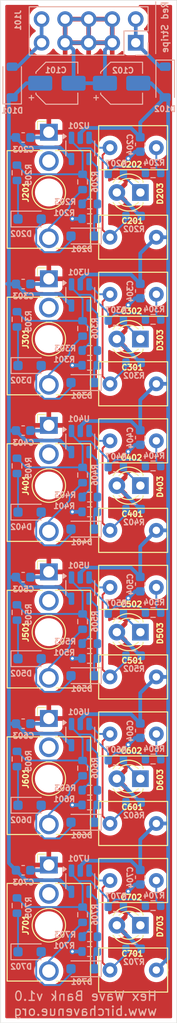
<source format=kicad_pcb>
(kicad_pcb (version 20240108) (generator "pcbnew") (generator_version "8.0")
  (layers (0 "F.Cu" signal) (31 "B.Cu" signal) (34 "B.Paste" user) (35 "F.Paste" user) (36 "B.SilkS" user "B.Silkscreen") (37 "F.SilkS" user "F.Silkscreen") (38 "B.Mask" user) (39 "F.Mask" user) (44 "Edge.Cuts" user))
  (net 0 "")
  (net 1 "GND")
  (net 2 "VCC")
  (net 3 "VEE")
  (net 4 "Net-(U201-+)")
  (net 5 "Net-(C202-Pad2)")
  (net 6 "Net-(U301-+)")
  (net 7 "Net-(C302-Pad2)")
  (net 8 "Net-(U401-+)")
  (net 9 "Net-(C402-Pad2)")
  (net 10 "Net-(U501-+)")
  (net 11 "Net-(C502-Pad2)")
  (net 12 "Net-(U601-+)")
  (net 13 "Net-(C602-Pad2)")
  (net 14 "Net-(U701-+)")
  (net 15 "Net-(C702-Pad2)")
  (net 16 "Net-(D201-A)")
  (net 17 "Net-(D201-K)")
  (net 18 "Net-(D202-K)")
  (net 19 "Net-(D203-KA)")
  (net 20 "Net-(D301-A)")
  (net 21 "Net-(D301-K)")
  (net 22 "Net-(D302-K)")
  (net 23 "Net-(D303-KA)")
  (net 24 "Net-(D401-A)")
  (net 25 "Net-(D401-K)")
  (net 26 "Net-(D402-K)")
  (net 27 "Net-(D403-KA)")
  (net 28 "Net-(D501-A)")
  (net 29 "Net-(D501-K)")
  (net 30 "Net-(D502-K)")
  (net 31 "Net-(D503-KA)")
  (net 32 "Net-(D601-A)")
  (net 33 "Net-(D601-K)")
  (net 34 "Net-(D602-K)")
  (net 35 "Net-(D603-KA)")
  (net 36 "Net-(D701-K)")
  (net 37 "Net-(D701-A)")
  (net 38 "Net-(D702-K)")
  (net 39 "Net-(D703-KA)")
  (net 41 "Net-(J201-PadT)")
  (net 42 "Net-(J301-PadT)")
  (net 44 "Net-(J401-PadT)")
  (net 46 "Net-(J501-PadT)")
  (net 49 "Net-(J601-PadT)")
  (net 50 "Net-(J701-PadT)")
  (net 52 "Net-(R203-Pad2)")
  (net 53 "Net-(R303-Pad2)")
  (net 54 "Net-(R403-Pad2)")
  (net 55 "Net-(R503-Pad2)")
  (net 56 "Net-(R603-Pad2)")
  (net 57 "Net-(R703-Pad2)")
  (net 58 "+12V")
  (net 59 "-12V")
  (footprint "LED_THT:LED_D3.0mm" (layer "F.Cu") (at 147.567 69.808 180)
    (property "Reference" "D303")
    (property "Value" "LED_Dual_Bidirectional" (hide yes))
  )
  (footprint "Capacitor_THT:C_Rect_L7.2mm_W4.5mm_P5.00mm_FKS2_FKP2_MKS2_MKP2" (layer "F.Cu") (at 144.287 96.521)
    (property "Reference" "C502")
    (property "Value" "C")
  )
  (footprint "Connector_Audio:Jack_3.5mm_QingPu_WQP-PJ398SM_Vertical_CircularHoles" (layer "F.Cu") (at 137.69 63.328)
    (property "Reference" "J301")
    (property "Value" "AudioJack2_SwitchT" (hide yes))
  )
  (footprint "Connector_Audio:Jack_3.5mm_QingPu_WQP-PJ398SM_Vertical_CircularHoles" (layer "F.Cu") (at 137.6905 47.5645)
    (property "Reference" "J201")
    (property "Value" "AudioJack2_SwitchT" (hide yes))
  )
  (footprint "Capacitor_THT:C_Rect_L7.2mm_W4.5mm_P5.00mm_FKS2_FKP2_MKS2_MKP2" (layer "F.Cu") (at 144.2875 49.2295)
    (property "Reference" "C202")
    (property "Value" "C")
  )
  (footprint "Connector_Audio:Jack_3.5mm_QingPu_WQP-PJ398SM_Vertical_CircularHoles" (layer "F.Cu") (at 137.69 126.384)
    (property "Reference" "J701")
    (property "Value" "AudioJack2_SwitchT" (hide yes))
  )
  (footprint "LED_THT:LED_D3.0mm" (layer "F.Cu") (at 147.567 85.572 180)
    (property "Reference" "D403")
    (property "Value" "LED_Dual_Bidirectional" (hide yes))
  )
  (footprint "Capacitor_THT:C_Rect_L7.2mm_W4.5mm_P5.00mm_FKS2_FKP2_MKS2_MKP2" (layer "F.Cu") (at 144.287 128.049)
    (property "Reference" "C702")
    (property "Value" "C")
  )
  (footprint "Connector_Audio:Jack_3.5mm_QingPu_WQP-PJ398SM_Vertical_CircularHoles" (layer "F.Cu") (at 137.69 79.092)
    (property "Reference" "J401")
    (property "Value" "AudioJack2_SwitchT" (hide yes))
  )
  (footprint "Capacitor_THT:C_Rect_L7.2mm_W4.5mm_P5.00mm_FKS2_FKP2_MKS2_MKP2" (layer "F.Cu") (at 149.287 90.387 180)
    (property "Reference" "C401")
    (property "Value" "C")
  )
  (footprint "Connector_Audio:Jack_3.5mm_QingPu_WQP-PJ398SM_Vertical_CircularHoles" (layer "F.Cu") (at 137.69 94.856)
    (property "Reference" "J501")
    (property "Value" "AudioJack2_SwitchT" (hide yes))
  )
  (footprint "Capacitor_THT:C_Rect_L7.2mm_W4.5mm_P5.00mm_FKS2_FKP2_MKS2_MKP2" (layer "F.Cu") (at 149.287 137.679 180)
    (property "Reference" "C701")
    (property "Value" "C")
  )
  (footprint "Capacitor_THT:C_Rect_L7.2mm_W4.5mm_P5.00mm_FKS2_FKP2_MKS2_MKP2" (layer "F.Cu") (at 144.287 80.757)
    (property "Reference" "C402")
    (property "Value" "C")
  )
  (footprint "Connector_Audio:Jack_3.5mm_QingPu_WQP-PJ398SM_Vertical_CircularHoles" (layer "F.Cu") (at 137.69 110.62)
    (property "Reference" "J601")
    (property "Value" "AudioJack2_SwitchT" (hide yes))
  )
  (footprint "Capacitor_THT:C_Rect_L7.2mm_W4.5mm_P5.00mm_FKS2_FKP2_MKS2_MKP2" (layer "F.Cu") (at 144.287 64.993)
    (property "Reference" "C302")
    (property "Value" "C")
  )
  (footprint "Capacitor_THT:C_Rect_L7.2mm_W4.5mm_P5.00mm_FKS2_FKP2_MKS2_MKP2" (layer "F.Cu") (at 149.287 121.915 180)
    (property "Reference" "C601")
    (property "Value" "C")
  )
  (footprint "Capacitor_THT:C_Rect_L7.2mm_W4.5mm_P5.00mm_FKS2_FKP2_MKS2_MKP2" (layer "F.Cu") (at 149.287 74.623 180)
    (property "Reference" "C301")
    (property "Value" "C")
  )
  (footprint "LED_THT:LED_D3.0mm" (layer "F.Cu") (at 147.567 101.336 180)
    (property "Reference" "D503")
    (property "Value" "LED_Dual_Bidirectional" (hide yes))
  )
  (footprint "Capacitor_THT:C_Rect_L7.2mm_W4.5mm_P5.00mm_FKS2_FKP2_MKS2_MKP2" (layer "F.Cu") (at 149.287 106.151 180)
    (property "Reference" "C501")
    (property "Value" "C")
  )
  (footprint "LED_THT:LED_D3.0mm" (layer "F.Cu") (at 147.5675 54.0445 180)
    (property "Reference" "D203")
    (property "Value" "LED_Dual_Bidirectional" (hide yes))
  )
  (footprint "Capacitor_THT:C_Rect_L7.2mm_W4.5mm_P5.00mm_FKS2_FKP2_MKS2_MKP2" (layer "F.Cu") (at 144.287 112.285)
    (property "Reference" "C602")
    (property "Value" "C")
  )
  (footprint "LED_THT:LED_D3.0mm" (layer "F.Cu") (at 147.567 117.1 180)
    (property "Reference" "D603")
    (property "Value" "LED_Dual_Bidirectional" (hide yes))
  )
  (footprint "Capacitor_THT:C_Rect_L7.2mm_W4.5mm_P5.00mm_FKS2_FKP2_MKS2_MKP2" (layer "F.Cu") (at 149.2875 58.8595 180)
    (property "Reference" "C201")
    (property "Value" "C")
  )
  (footprint "LED_THT:LED_D3.0mm" (layer "F.Cu") (at 147.567 132.864 180)
    (property "Reference" "D703")
    (property "Value" "LED_Dual_Bidirectional" (hide yes))
  )
  (footprint "Resistor_SMD:R_0603_1608Metric" (layer "B.Cu") (at 142.092 88.397)
    (property "Reference" "R401")
    (property "Value" "10kΩ" (hide yes))
  )
  (footprint "Resistor_SMD:R_0603_1608Metric" (layer "B.Cu") (at 142.102 118.335 180)
    (property "Reference" "R603")
    (property "Value" "22kΩ" (hide yes))
  )
  (footprint "Resistor_SMD:R_0603_1608Metric" (layer "B.Cu") (at 134.252 114.98 90)
    (property "Reference" "R605")
    (property "Value" "27kΩ" (hide yes))
  )
  (footprint "Capacitor_SMD:C_0603_1608Metric" (layer "B.Cu") (at 147.552 96.171 -90)
    (property "Reference" "C504")
    (property "Value" "100nF" (hide yes))
  )
  (footprint "Resistor_SMD:R_0603_1608Metric" (layer "B.Cu") (at 141.332 68.673 -90)
    (property "Reference" "R306")
    (property "Value" "1kΩ" (hide yes))
  )
  (footprint "Resistor_SMD:R_0603_1608Metric" (layer "B.Cu") (at 141.3325 52.9095 -90)
    (property "Reference" "R206")
    (property "Value" "1kΩ" (hide yes))
  )
  (footprint "Diode_SMD:D_SOD-323_HandSoldering" (layer "B.Cu") (at 141.3295 121.785 180)
    (property "Reference" "D601")
    (property "Value" "4.3V" (hide yes))
  )
  (footprint "Resistor_SMD:R_0603_1608Metric" (layer "B.Cu") (at 142.092 119.925)
    (property "Reference" "R601")
    (property "Value" "10kΩ" (hide yes))
  )
  (footprint "Capacitor_SMD:CP_Elec_4x3" (layer "B.Cu") (at 138.557 42.291)
    (property "Reference" "C101")
    (property "Value" "C_Polarized")
  )
  (footprint "Diode_SMD:D_SOD-323_HandSoldering" (layer "B.Cu") (at 135.612 104.191)
    (property "Reference" "D502")
    (property "Value" "4.3V" (hide yes))
  )
  (footprint "Resistor_SMD:R_0603_1608Metric" (layer "B.Cu") (at 148.937 114.985 180)
    (property "Reference" "R604")
    (property "Value" "~" (hide yes))
  )
  (footprint "Diode_SMD:D_SOD-323_HandSoldering" (layer "B.Cu") (at 141.3295 137.549 180)
    (property "Reference" "D701")
    (property "Value" "4.3V" (hide yes))
  )
  (footprint "Diode_SMD:D_SOD-123" (layer "B.Cu") (at 133.731 42.164 90)
    (property "Reference" "D101")
    (property "Value" "1N5819HW" (hide yes))
  )
  (footprint "Resistor_SMD:R_0603_1608Metric" (layer "B.Cu") (at 134.252 130.744 90)
    (property "Reference" "R705")
    (property "Value" "27kΩ" (hide yes))
  )
  (footprint "Resistor_SMD:R_0603_1608Metric" (layer "B.Cu") (at 134.2525 51.9245 90)
    (property "Reference" "R205")
    (property "Value" "27kΩ" (hide yes))
  )
  (footprint "Resistor_SMD:R_0603_1608Metric" (layer "B.Cu") (at 144.917 83.567)
    (property "Reference" "R407")
    (property "Value" "510Ω" (hide yes))
  )
  (footprint "Resistor_SMD:R_0603_1608Metric" (layer "B.Cu") (at 144.9175 52.0395)
    (property "Reference" "R207")
    (property "Value" "510Ω" (hide yes))
  )
  (footprint "Capacitor_SMD:C_0603_1608Metric" (layer "B.Cu") (at 134.917 63.893)
    (property "Reference" "C303")
    (property "Value" "100nF" (hide yes))
  )
  (footprint "Capacitor_SMD:CP_Elec_4x3" (layer "B.Cu") (at 145.542 42.291)
    (property "Reference" "C102")
    (property "Value" "C_Polarized")
  )
  (footprint "Capacitor_SMD:C_0603_1608Metric" (layer "B.Cu") (at 134.917 79.657)
    (property "Reference" "C403")
    (property "Value" "100nF" (hide yes))
  )
  (footprint "Resistor_SMD:R_0603_1608Metric" (layer "B.Cu") (at 142.102 102.571 180)
    (property "Reference" "R503")
    (property "Value" "22kΩ" (hide yes))
  )
  (footprint "Capacitor_SMD:C_0603_1608Metric" (layer "B.Cu") (at 147.5525 48.8795 -90)
    (property "Reference" "C204")
    (property "Value" "100nF" (hide yes))
  )
  (footprint "Package_TO_SOT_SMD:SOT-23-5" (layer "B.Cu") (at 141.082 96.5935 -90)
    (property "Reference" "U501")
    (property "Value" "TL071HDBV" (hide yes))
  )
  (footprint "Resistor_SMD:R_0603_1608Metric" (layer "B.Cu") (at 148.9375 51.9295 180)
    (property "Reference" "R204")
    (property "Value" "~" (hide yes))
  )
  (footprint "Capacitor_SMD:C_0603_1608Metric" (layer "B.Cu") (at 147.552 80.407 -90)
    (property "Reference" "C404")
    (property "Value" "100nF" (hide yes))
  )
  (footprint "Resistor_SMD:R_0603_1608Metric" (layer "B.Cu") (at 141.332 115.965 -90)
    (property "Reference" "R606")
    (property "Value" "1kΩ" (hide yes))
  )
  (footprint "Capacitor_SMD:C_0603_1608Metric" (layer "B.Cu") (at 147.552 127.699 -90)
    (property "Reference" "C704")
    (property "Value" "100nF" (hide yes))
  )
  (footprint "Resistor_SMD:R_0603_1608Metric" (layer "B.Cu") (at 142.102 71.043 180)
    (property "Reference" "R303")
    (property "Value" "22kΩ" (hide yes))
  )
  (footprint "Resistor_SMD:R_0603_1608Metric" (layer "B.Cu") (at 142.1025 55.2795 180)
    (property "Reference" "R203")
    (property "Value" "22kΩ" (hide yes))
  )
  (footprint "Package_TO_SOT_SMD:SOT-23-5" (layer "B.Cu") (at 141.0825 49.302 -90)
    (property "Reference" "U201")
    (property "Value" "TL071HDBV" (hide yes))
  )
  (footprint "Resistor_SMD:R_0603_1608Metric" (layer "B.Cu") (at 134.252 67.688 90)
    (property "Reference" "R305")
    (property "Value" "27kΩ" (hide yes))
  )
  (footprint "Resistor_SMD:R_0603_1608Metric" (layer "B.Cu") (at 142.092 135.689)
    (property "Reference" "R701")
    (property "Value" "10kΩ" (hide yes))
  )
  (footprint "Diode_SMD:D_SOD-323_HandSoldering" (layer "B.Cu") (at 141.33 58.7295 180)
    (property "Reference" "D201")
    (property "Value" "4.3V" (hide yes))
  )
  (footprint "Resistor_SMD:R_0603_1608Metric" (layer "B.Cu") (at 142.102 86.807 180)
    (property "Reference" "R403")
    (property "Value" "22kΩ" (hide yes))
  )
  (footprint "Diode_SMD:D_SOD-323_HandSoldering" (layer "B.Cu") (at 141.3295 90.257 180)
    (property "Reference" "D401")
    (property "Value" "4.3V" (hide yes))
  )
  (footprint "Resistor_SMD:R_0603_1608Metric" (layer "B.Cu") (at 142.092 104.161)
    (property "Reference" "R501")
    (property "Value" "10kΩ" (hide yes))
  )
  (footprint "Package_TO_SOT_SMD:SOT-23-5" (layer "B.Cu") (at 141.082 80.8295 -90)
    (property "Reference" "U401")
    (property "Value" "TL071HDBV" (hide yes))
  )
  (footprint "Capacitor_SMD:C_0603_1608Metric" (layer "B.Cu") (at 147.552 111.935 -90)
    (property "Reference" "C604")
    (property "Value" "100nF" (hide yes))
  )
  (footprint "Diode_SMD:D_SOD-323_HandSoldering" (layer "B.Cu") (at 135.612 135.719)
    (property "Reference" "D702")
    (property "Value" "4.3V" (hide yes))
  )
  (footprint "Resistor_SMD:R_0603_1608Metric" (layer "B.Cu") (at 144.917 67.803)
    (property "Reference" "R307")
    (property "Value" "510Ω" (hide yes))
  )
  (footprint "Resistor_SMD:R_0603_1608Metric" (layer "B.Cu") (at 146.832 135.409 180)
    (property "Reference" "R702")
    (property "Value" "~" (hide yes))
  )
  (footprint "Capacitor_SMD:C_0603_1608Metric" (layer "B.Cu") (at 147.552 64.643 -90)
    (property "Reference" "C304")
    (property "Value" "100nF" (hide yes))
  )
  (footprint "Resistor_SMD:R_0603_1608Metric" (layer "B.Cu") (at 134.252 99.216 90)
    (property "Reference" "R505")
    (property "Value" "27kΩ" (hide yes))
  )
  (footprint "Resistor_SMD:R_0603_1608Metric" (layer "B.Cu") (at 141.332 100.201 -90)
    (property "Reference" "R506")
    (property "Value" "1kΩ" (hide yes))
  )
  (footprint "Package_TO_SOT_SMD:SOT-23-5" (layer "B.Cu") (at 141.082 65.0655 -90)
    (property "Reference" "U301")
    (property "Value" "TL071HDBV" (hide yes))
  )
  (footprint "Capacitor_SMD:C_0603_1608Metric" (layer "B.Cu") (at 134.9175 48.1295)
    (property "Reference" "C203")
    (property "Value" "100nF" (hide yes))
  )
  (footprint "Resistor_SMD:R_0603_1608Metric" (layer "B.Cu") (at 148.937 67.693 180)
    (property "Reference" "R304")
    (property "Value" "~" (hide yes))
  )
  (footprint "Capacitor_SMD:C_0603_1608Metric" (layer "B.Cu") (at 134.917 95.421)
    (property "Reference" "C503")
    (property "Value" "100nF" (hide yes))
  )
  (footprint "Resistor_SMD:R_0603_1608Metric" (layer "B.Cu") (at 142.092 72.633)
    (property "Reference" "R301")
    (property "Value" "10kΩ" (hide yes))
  )
  (footprint "Resistor_SMD:R_0603_1608Metric" (layer "B.Cu") (at 144.917 115.095)
    (property "Reference" "R607")
    (property "Value" "510Ω" (hide yes))
  )
  (footprint "Diode_SMD:D_SOD-323_HandSoldering" (layer "B.Cu") (at 141.3295 106.021 180)
    (property "Reference" "D501")
    (property "Value" "4.3V" (hide yes))
  )
  (footprint "Resistor_SMD:R_0603_1608Metric" (layer "B.Cu") (at 141.332 131.729 -90)
    (property "Reference" "R706")
    (property "Value" "1kΩ" (hide yes))
  )
  (footprint "Capacitor_SMD:C_0603_1608Metric" (layer "B.Cu") (at 134.917 126.949)
    (property "Reference" "C703")
    (property "Value" "100nF" (hide yes))
  )
  (footprint "Resistor_SMD:R_0603_1608Metric" (layer "B.Cu") (at 134.252 83.452 90)
    (property "Reference" "R405")
    (property "Value" "27kΩ" (hide yes))
  )
  (footprint "Resistor_SMD:R_0603_1608Metric" (layer "B.Cu") (at 146.8325 56.5895 180)
    (property "Reference" "R202")
    (property "Value" "~" (hide yes))
  )
  (footprint "Diode_SMD:D_SOD-323_HandSoldering" (layer "B.Cu") (at 135.612 88.427)
    (property "Reference" "D402")
    (property "Value" "4.3V" (hide yes))
  )
  (footprint "Resistor_SMD:R_0603_1608Metric" (layer "B.Cu") (at 144.917 99.331)
    (property "Reference" "R507")
    (property "Value" "510Ω" (hide yes))
  )
  (footprint "Resistor_SMD:R_0603_1608Metric" (layer "B.Cu") (at 146.832 119.645 180)
    (property "Reference" "R602")
    (property "Value" "~" (hide yes))
  )
  (footprint "Diode_SMD:D_SOD-323_HandSoldering" (layer "B.Cu") (at 135.6125 56.8995)
    (property "Reference" "D202")
    (property "Value" "4.3V" (hide yes))
  )
  (footprint "Diode_SMD:D_SOD-323_HandSoldering" (layer "B.Cu") (at 135.612 72.663)
    (property "Reference" "D302")
    (property "Value" "4.3V" (hide yes))
  )
  (footprint "Resistor_SMD:R_0603_1608Metric" (layer "B.Cu") (at 141.332 84.437 -90)
    (property "Reference" "R406")
    (property "Value" "1kΩ" (hide yes))
  )
  (footprint "Resistor_SMD:R_0603_1608Metric" (layer "B.Cu") (at 148.937 130.749 180)
    (property "Reference" "R704")
    (property "Value" "~" (hide yes))
  )
  (footprint "Diode_SMD:D_SOD-123" (layer "B.Cu") (at 150.241 42.164 -90)
    (property "Reference" "D102")
    (property "Value" "1N5819HW" (hide yes))
  )
  (footprint "Resistor_SMD:R_0603_1608Metric" (layer "B.Cu") (at 142.0925 56.8695)
    (property "Reference" "R201")
    (property "Value" "10kΩ" (hide yes))
  )
  (footprint "Package_TO_SOT_SMD:SOT-23-5" (layer "B.Cu") (at 141.082 112.3575 -90)
    (property "Reference" "U601")
    (property "Value" "TL071HDBV" (hide yes))
  )
  (footprint "Resistor_SMD:R_0603_1608Metric" (layer "B.Cu") (at 146.832 103.881 180)
    (property "Reference" "R502")
    (property "Value" "~" (hide yes))
  )
  (footprint "Resistor_SMD:R_0603_1608Metric" (layer "B.Cu") (at 148.937 83.457 180)
    (property "Reference" "R404")
    (property "Value" "~" (hide yes))
  )
  (footprint "Package_TO_SOT_SMD:SOT-23-5" (layer "B.Cu") (at 141.082 128.1215 -90)
    (property "Reference" "U701")
    (property "Value" "TL071HDBV" (hide yes))
  )
  (footprint "Capacitor_SMD:C_0603_1608Metric" (layer "B.Cu") (at 134.917 111.185)
    (property "Reference" "C603")
    (property "Value" "100nF" (hide yes))
  )
  (footprint "Resistor_SMD:R_0603_1608Metric" (layer "B.Cu") (at 148.937 99.221 180)
    (property "Reference" "R504")
    (property "Value" "~" (hide yes))
  )
  (footprint "Connector_PinHeader_2.54mm:PinHeader_2x05_P2.54mm_Vertical" (layer "B.Cu") (at 147.066 37.938 90)
    (property "Reference" "J101")
    (property "Value" "Conn_02x05_Odd_Even" (hide yes))
  )
  (footprint "Resistor_SMD:R_0603_1608Metric" (layer "B.Cu") (at 146.832 72.353 180)
    (property "Reference" "R302")
    (property "Value" "~" (hide yes))
  )
  (footprint "Diode_SMD:D_SOD-323_HandSoldering" (layer "B.Cu") (at 141.3295 74.493 180)
    (property "Reference" "D301")
    (property "Value" "4.3V" (hide yes))
  )
  (footprint "Diode_SMD:D_SOD-323_HandSoldering" (layer "B.Cu") (at 135.612 119.955)
    (property "Reference" "D602")
    (property "Value" "4.3V" (hide yes))
  )
  (footprint "Resistor_SMD:R_0603_1608Metric" (layer "B.Cu") (at 146.832 88.117 180)
    (property "Reference" "R402")
    (property "Value" "~" (hide yes))
  )
  (footprint "Resistor_SMD:R_0603_1608Metric" (layer "B.Cu") (at 142.102 134.099 180)
    (property "Reference" "R703")
    (property "Value" "22kΩ" (hide yes))
  )
  (footprint "Resistor_SMD:R_0603_1608Metric" (layer "B.Cu") (at 144.917 130.859)
    (property "Reference" "R707")
    (property "Value" "510Ω" (hide yes))
  )
  (gr_line (start 149.225 33.528) (end 149.225 39.116) (stroke (width 0.1)) (layer "B.SilkS"))
  (gr_rect (start 132.488 33.366) (end 151.49 143.37) (stroke (width 0.05)) (fill none) (layer "Edge.Cuts"))
  (gr_text "Red Stripe" (at 150.622 33.401 90) (layer "B.SilkS") (effects (font (size 0.7 0.7) (thickness 0.15) (bold yes)) (justify left bottom mirror)))
  (gr_text "Hex Wave Bank v1.0\nwww.birchavenue.org" (at 149.46 142.68 0) (layer "B.SilkS") (effects (font (size 1 1)) (justify left bottom mirror)))
  (via (at 146.2595 81.9175) (size 0.6) (drill 0.3) (layers "F.Cu" "B.Cu") (net 1))
  (via (at 140.232 72.633) (size 0.6) (drill 0.3) (layers "F.Cu" "B.Cu") (net 1))
  (via (at 146.26 50.39) (size 0.6) (drill 0.3) (layers "F.Cu" "B.Cu") (net 1))
  (via (at 146.2595 113.4455) (size 0.6) (drill 0.3) (layers "F.Cu" "B.Cu") (net 1))
  (via (at 140.2325 56.8695) (size 0.6) (drill 0.3) (layers "F.Cu" "B.Cu") (net 1))
  (via (at 140.232 135.689) (size 0.6) (drill 0.3) (layers "F.Cu" "B.Cu") (net 1))
  (via (at 146.2595 97.6815) (size 0.6) (drill 0.3) (layers "F.Cu" "B.Cu") (net 1))
  (via (at 140.232 119.925) (size 0.6) (drill 0.3) (layers "F.Cu" "B.Cu") (net 1))
  (via (at 140.232 104.161) (size 0.6) (drill 0.3) (layers "F.Cu" "B.Cu") (net 1))
  (via (at 140.232 88.397) (size 0.6) (drill 0.3) (layers "F.Cu" "B.Cu") (net 1))
  (via (at 146.2595 66.1535) (size 0.6) (drill 0.3) (layers "F.Cu" "B.Cu") (net 1))
  (via (at 146.2595 129.2095) (size 0.6) (drill 0.3) (layers "F.Cu" "B.Cu") (net 1))
  (segment (start 141.267 104.161) (end 140.232 104.161) (width 0.4) (layer "B.Cu") (net 1))
  (segment (start 137.635 79.147) (end 137.69 79.092) (width 1) (layer "B.Cu") (net 1))
  (segment (start 137.6355 47.6195) (end 137.6905 47.5645) (width 1) (layer "B.Cu") (net 1))
  (segment (start 137.125 63.893) (end 137.69 63.328) (width 0.4) (layer "B.Cu") (net 1))
  (segment (start 137.125 126.949) (end 137.69 126.384) (width 0.4) (layer "B.Cu") (net 1))
  (segment (start 147.572 88.117) (end 145.027 85.572) (width 0.4) (layer "B.Cu") (net 1))
  (segment (start 139.446 35.398) (end 144.526 35.398) (width 0.4) (layer "B.Cu") (net 1))
  (segment (start 139.446 37.938) (end 144.526 37.938) (width 0.4) (layer "B.Cu") (net 1))
  (segment (start 137.635 110.675) (end 137.69 110.62) (width 1) (layer "B.Cu") (net 1))
  (segment (start 147.5525 49.6545) (end 146.9955 49.6545) (width 0.4) (layer "B.Cu") (net 1))
  (segment (start 141.986 35.398) (end 141.986 37.938) (width 0.4) (layer "B.Cu") (net 1))
  (segment (start 137.125 79.657) (end 137.69 79.092) (width 0.4) (layer "B.Cu") (net 1))
  (segment (start 137.125 95.421) (end 137.69 94.856) (width 0.4) (layer "B.Cu") (net 1))
  (segment (start 146.995 128.474) (end 146.2595 129.2095) (width 0.4) (layer "B.Cu") (net 1))
  (segment (start 147.572 72.353) (end 145.027 69.808) (width 0.4) (layer "B.Cu") (net 1))
  (segment (start 135.6925 48.1295) (end 137.1255 48.1295) (width 0.4) (layer "B.Cu") (net 1))
  (segment (start 141.2675 56.8695) (end 140.2325 56.8695) (width 0.4) (layer "B.Cu") (net 1))
  (segment (start 137.125 111.185) (end 137.69 110.62) (width 0.4) (layer "B.Cu") (net 1))
  (segment (start 147.552 65.418) (end 147.577 65.418) (width 0.4) (layer "B.Cu") (net 1))
  (segment (start 144.526 35.398) (end 144.526 37.938) (width 0.4) (layer "B.Cu") (net 1))
  (segment (start 137.635 126.439) (end 137.69 126.384) (width 1) (layer "B.Cu") (net 1))
  (segment (start 147.552 128.474) (end 146.995 128.474) (width 0.4) (layer "B.Cu") (net 1))
  (segment (start 146.995 81.182) (end 146.2595 81.9175) (width 0.4) (layer "B.Cu") (net 1))
  (segment (start 137.1255 48.1295) (end 137.6905 47.5645) (width 0.4) (layer "B.Cu") (net 1))
  (segment (start 147.552 81.182) (end 146.995 81.182) (width 0.4) (layer "B.Cu") (net 1))
  (segment (start 141.267 119.925) (end 140.232 119.925) (width 0.4) (layer "B.Cu") (net 1))
  (segment (start 147.572 135.409) (end 145.027 132.864) (width 0.4) (layer "B.Cu") (net 1))
  (segment (start 135.692 95.421) (end 137.125 95.421) (width 0.4) (layer "B.Cu") (net 1))
  (segment (start 139.446 35.398) (end 139.446 37.938) (width 0.4) (layer "B.Cu") (net 1))
  (segment (start 146.995 112.71) (end 146.2595 113.4455) (width 0.4) (layer "B.Cu") (net 1))
  (segment (start 139.588 37.938) (end 139.446 37.938) (width 0.4) (layer "B.Cu") (net 1))
  (segment (start 147.657 88.117) (end 147.572 88.117) (width 0.4) (layer "B.Cu") (net 1))
  (segment (start 147.657 135.409) (end 147.572 135.409) (width 0.4) (layer "B.Cu") (net 1))
  (segment (start 147.572 119.645) (end 145.027 117.1) (width 0.4) (layer "B.Cu") (net 1))
  (segment (start 135.692 111.185) (end 137.125 111.185) (width 0.4) (layer "B.Cu") (net 1))
  (segment (start 135.692 79.657) (end 137.125 79.657) (width 0.4) (layer "B.Cu") (net 1))
  (segment (start 146.9955 49.6545) (end 146.26 50.39) (width 0.4) (layer "B.Cu") (net 1))
  (segment (start 137.635 63.383) (end 137.69 63.328) (width 1) (layer "B.Cu") (net 1))
  (segment (start 143.742 42.291) (end 143.742 38.722) (width 0.4) (layer "B.Cu") (net 1))
  (segment (start 141.267 72.633) (end 140.232 72.633) (width 0.4) (layer "B.Cu") (net 1))
  (segment (start 147.552 112.71) (end 147.577 112.71) (width 0.4) (layer "B.Cu") (net 1))
  (segment (start 147.552 112.71) (end 146.995 112.71) (width 0.4) (layer "B.Cu") (net 1))
  (segment (start 147.552 128.474) (end 147.577 128.474) (width 0.4) (layer "B.Cu") (net 1))
  (segment (start 147.552 65.418) (end 146.995 65.418) (width 0.4) (layer "B.Cu") (net 1))
  (segment (start 147.657 72.353) (end 147.572 72.353) (width 0.4) (layer "B.Cu") (net 1))
  (segment (start 147.572 103.881) (end 145.027 101.336) (width 0.4) (layer "B.Cu") (net 1))
  (segment (start 147.657 119.645) (end 147.572 119.645) (width 0.4) (layer "B.Cu") (net 1))
  (segment (start 147.5525 49.6545) (end 147.5775 49.6545) (width 0.4) (layer "B.Cu") (net 1))
  (segment (start 147.657 103.881) (end 147.572 103.881) (width 0.4) (layer "B.Cu") (net 1))
  (segment (start 140.357 42.291) (end 143.742 42.291) (width 0.4) (layer "B.Cu") (net 1))
  (segment (start 143.742 38.722) (end 144.526 37.938) (width 0.4) (layer "B.Cu") (net 1))
  (segment (start 140.357 42.291) (end 140.357 38.707) (width 0.4) (layer "B.Cu") (net 1))
  (segment (start 147.552 96.946) (end 147.577 96.946) (width 0.4) (layer "B.Cu") (net 1))
  (segment (start 147.6575 56.5895) (end 147.5725 56.5895) (width 0.4) (layer "B.Cu") (net 1))
  (segment (start 135.692 126.949) (end 137.125 126.949) (width 0.4) (layer "B.Cu") (net 1))
  (segment (start 135.692 63.893) (end 137.125 63.893) (width 0.4) (layer "B.Cu") (net 1))
  (segment (start 141.267 88.397) (end 140.232 88.397) (width 0.4) (layer "B.Cu") (net 1))
  (segment (start 146.995 65.418) (end 146.2595 66.1535) (width 0.4) (layer "B.Cu") (net 1))
  (segment (start 141.267 135.689) (end 140.232 135.689) (width 0.4) (layer "B.Cu") (net 1))
  (segment (start 140.357 38.707) (end 139.588 37.938) (width 0.4) (layer "B.Cu") (net 1))
  (segment (start 147.552 81.182) (end 147.577 81.182) (width 0.4) (layer "B.Cu") (net 1))
  (segment (start 147.5725 56.5895) (end 145.0275 54.0445) (width 0.4) (layer "B.Cu") (net 1))
  (segment (start 137.635 94.911) (end 137.69 94.856) (width 1) (layer "B.Cu") (net 1))
  (segment (start 146.995 96.946) (end 146.2595 97.6815) (width 0.4) (layer "B.Cu") (net 1))
  (segment (start 147.552 96.946) (end 146.995 96.946) (width 0.4) (layer "B.Cu") (net 1))
  (segment (start 136.757 42.291) (end 135.254 42.291) (width 0.4) (layer "B.Cu") (net 2))
  (segment (start 138.892 64.963) (end 135.212 64.963) (width 0.4) (layer "B.Cu") (net 2))
  (segment (start 138.892 80.727) (end 135.212 80.727) (width 0.4) (layer "B.Cu") (net 2))
  (segment (start 133.377 111.11) (end 133.377 126.184) (width 0.4) (layer "B.Cu") (net 2))
  (segment (start 133.388 95.421) (end 133.377 95.41) (width 0.4) (layer "B.Cu") (net 2))
  (segment (start 135.212 64.963) (end 134.142 63.893) (width 0.4) (layer "B.Cu") (net 2))
  (segment (start 134.1425 48.1295) (end 133.3865 48.1295) (width 0.4) (layer "B.Cu") (net 2))
  (segment (start 138.892 128.019) (end 135.212 128.019) (width 0.4) (layer "B.Cu") (net 2))
  (segment (start 135.212 80.727) (end 134.142 79.657) (width 0.4) (layer "B.Cu") (net 2))
  (segment (start 133.377 95.41) (end 133.377 111.11) (width 0.4) (layer "B.Cu") (net 2))
  (segment (start 133.377 44.168) (end 133.377 48.12) (width 0.4) (layer "B.Cu") (net 2))
  (segment (start 133.377 126.184) (end 134.142 126.949) (width 0.4) (layer "B.Cu") (net 2))
  (segment (start 133.452 111.185) (end 133.377 111.11) (width 0.4) (layer "B.Cu") (net 2))
  (segment (start 134.142 95.421) (end 133.388 95.421) (width 0.4) (layer "B.Cu") (net 2))
  (segment (start 140.1325 50.4395) (end 138.8925 49.1995) (width 0.4) (layer "B.Cu") (net 2))
  (segment (start 135.212 96.491) (end 134.142 95.421) (width 0.4) (layer "B.Cu") (net 2))
  (segment (start 140.132 81.967) (end 138.892 80.727) (width 0.4) (layer "B.Cu") (net 2))
  (segment (start 134.142 63.893) (end 133.22 63.893) (width 0.4) (layer "B.Cu") (net 2))
  (segment (start 138.892 96.491) (end 135.212 96.491) (width 0.4) (layer "B.Cu") (net 2))
  (segment (start 135.212 128.019) (end 134.142 126.949) (width 0.4) (layer "B.Cu") (net 2))
  (segment (start 135.212 112.255) (end 134.142 111.185) (width 0.4) (layer "B.Cu") (net 2))
  (segment (start 133.3865 48.1295) (end 133.377 48.12) (width 0.4) (layer "B.Cu") (net 2))
  (segment (start 140.132 97.731) (end 138.892 96.491) (width 0.4) (layer "B.Cu") (net 2))
  (segment (start 135.254 42.291) (end 133.731 43.814) (width 0.4) (layer "B.Cu") (net 2))
  (segment (start 133.22 63.893) (end 133.19 63.863) (width 0.4) (layer "B.Cu") (net 2))
  (segment (start 134.142 79.657) (end 133.41 79.657) (width 0.4) (layer "B.Cu") (net 2))
  (segment (start 140.132 113.495) (end 138.892 112.255) (width 0.4) (layer "B.Cu") (net 2))
  (segment (start 133.377 79.69) (end 133.377 95.41) (width 0.4) (layer "B.Cu") (net 2))
  (segment (start 140.132 129.259) (end 138.892 128.019) (width 0.4) (layer "B.Cu") (net 2))
  (segment (start 138.892 112.255) (end 135.212 112.255) (width 0.4) (layer "B.Cu") (net 2))
  (segment (start 140.132 66.203) (end 138.892 64.963) (width 0.4) (layer "B.Cu") (net 2))
  (segment (start 133.377 48.12) (end 133.377 79.69) (width 0.4) (layer "B.Cu") (net 2))
  (segment (start 133.41 79.657) (end 133.377 79.69) (width 0.4) (layer "B.Cu") (net 2))
  (segment (start 138.8925 49.1995) (end 135.2125 49.1995) (width 0.4) (layer "B.Cu") (net 2))
  (segment (start 134.142 111.185) (end 133.452 111.185) (width 0.4) (layer "B.Cu") (net 2))
  (segment (start 135.2125 49.1995) (end 134.1425 48.1295) (width 0.4) (layer "B.Cu") (net 2))
  (segment (start 133.731 43.814) (end 133.377 44.168) (width 0.4) (layer "B.Cu") (net 2))
  (segment (start 149.287 74.623) (end 150.515 74.623) (width 0.4) (layer "B.Cu") (net 3))
  (segment (start 146.5495 110.1575) (end 147.552 111.16) (width 0.4) (layer "B.Cu") (net 3))
  (segment (start 141.082 111.22) (end 141.082 110.725526) (width 0.4) (layer "B.Cu") (net 3))
  (segment (start 147.5525 46.5025) (end 150.241 43.814) (width 0.4) (layer "B.Cu") (net 3))
  (segment (start 150.562 136.404) (end 149.287 137.679) (width 0.4) (layer "B.Cu") (net 3))
  (segment (start 141.650026 78.6295) (end 146.5495 78.6295) (width 0.4) (layer "B.Cu") (net 3))
  (segment (start 141.082 79.197526) (end 141.650026 78.6295) (width 0.4) (layer "B.Cu") (net 3))
  (segment (start 150.562 74.67) (end 150.562 90.3) (width 0.4) (layer "B.Cu") (net 3))
  (segment (start 147.5525 48.1045) (end 147.5525 46.5025) (width 0.4) (layer "B.Cu") (net 3))
  (segment (start 150.562 58.99) (end 150.562 74.67) (width 0.4) (layer "B.Cu") (net 3))
  (segment (start 141.082 63.928) (end 141.082 63.433526) (width 0.4) (layer "B.Cu") (net 3))
  (segment (start 141.082 94.961526) (end 141.650026 94.3935) (width 0.4) (layer "B.Cu") (net 3))
  (segment (start 150.501 106.151) (end 150.562 106.09) (width 0.4) (layer "B.Cu") (net 3))
  (segment (start 146.5495 78.6295) (end 147.552 79.632) (width 0.4) (layer "B.Cu") (net 3))
  (segment (start 147.552 95.396) (end 147.552 92.122) (width 0.4) (layer "B.Cu") (net 3))
  (segment (start 141.650026 94.3935) (end 146.5495 94.3935) (width 0.4) (layer "B.Cu") (net 3))
  (segment (start 147.552 76.358) (end 149.287 74.623) (width 0.4) (layer "B.Cu") (net 3))
  (segment (start 150.562 106.09) (end 150.562 121.96) (width 0.4) (layer "B.Cu") (net 3))
  (segment (start 141.082 79.692) (end 141.082 79.197526) (width 0.4) (layer "B.Cu") (net 3))
  (segment (start 146.55 47.102) (end 147.5525 48.1045) (width 0.4) (layer "B.Cu") (net 3))
  (segment (start 150.562 90.3) (end 150.562 106.09) (width 0.4) (layer "B.Cu") (net 3))
  (segment (start 148.718 42.291) (end 150.241 43.814) (width 0.4) (layer "B.Cu") (net 3))
  (segment (start 150.515 74.623) (end 150.562 74.67) (width 0.4) (layer "B.Cu") (net 3))
  (segment (start 149.2875 58.8595) (end 150.4315 58.8595) (width 0.4) (layer "B.Cu") (net 3))
  (segment (start 141.650026 110.1575) (end 146.5495 110.1575) (width 0.4) (layer "B.Cu") (net 3))
  (segment (start 147.552 107.886) (end 149.287 106.151) (width 0.4) (layer "B.Cu") (net 3))
  (segment (start 150.475 90.387) (end 150.562 90.3) (width 0.4) (layer "B.Cu") (net 3))
  (segment (start 150.4315 58.8595) (end 150.562 58.99) (width 0.4) (layer "B.Cu") (net 3))
  (segment (start 150.241 43.814) (end 150.562 44.135) (width 0.4) (layer "B.Cu") (net 3))
  (segment (start 141.082 110.725526) (end 141.650026 110.1575) (width 0.4) (layer "B.Cu") (net 3))
  (segment (start 141.082 95.456) (end 141.082 94.961526) (width 0.4) (layer "B.Cu") (net 3))
  (segment (start 149.287 90.387) (end 150.475 90.387) (width 0.4) (layer "B.Cu") (net 3))
  (segment (start 150.517 121.915) (end 150.562 121.96) (width 0.4) (layer "B.Cu") (net 3))
  (segment (start 141.0825 47.670026) (end 141.650526 47.102) (width 0.4) (layer "B.Cu") (net 3))
  (segment (start 147.552 60.595) (end 149.2875 58.8595) (width 0.4) (layer "B.Cu") (net 3))
  (segment (start 146.5495 62.8655) (end 147.552 63.868) (width 0.4) (layer "B.Cu") (net 3))
  (segment (start 141.082 63.433526) (end 141.650026 62.8655) (width 0.4) (layer "B.Cu") (net 3))
  (segment (start 147.552 63.868) (end 147.552 60.595) (width 0.4) (layer "B.Cu") (net 3))
  (segment (start 141.650026 125.9215) (end 146.5495 125.9215) (width 0.4) (layer "B.Cu") (net 3))
  (segment (start 149.287 121.915) (end 150.517 121.915) (width 0.4) (layer "B.Cu") (net 3))
  (segment (start 149.287 106.151) (end 150.501 106.151) (width 0.4) (layer "B.Cu") (net 3))
  (segment (start 147.552 92.122) (end 149.287 90.387) (width 0.4) (layer "B.Cu") (net 3))
  (segment (start 147.552 123.65) (end 149.287 121.915) (width 0.4) (layer "B.Cu") (net 3))
  (segment (start 150.562 44.135) (end 150.562 58.99) (width 0.4) (layer "B.Cu") (net 3))
  (segment (start 141.082 126.489526) (end 141.650026 125.9215) (width 0.4) (layer "B.Cu") (net 3))
  (segment (start 141.650026 62.8655) (end 146.5495 62.8655) (width 0.4) (layer "B.Cu") (net 3))
  (segment (start 141.650526 47.102) (end 146.55 47.102) (width 0.4) (layer "B.Cu") (net 3))
  (segment (start 147.342 42.291) (end 148.718 42.291) (width 0.4) (layer "B.Cu") (net 3))
  (segment (start 146.5495 94.3935) (end 147.552 95.396) (width 0.4) (layer "B.Cu") (net 3))
  (segment (start 147.552 126.924) (end 147.552 123.65) (width 0.4) (layer "B.Cu") (net 3))
  (segment (start 141.082 126.984) (end 141.082 126.489526) (width 0.4) (layer "B.Cu") (net 3))
  (segment (start 147.552 111.16) (end 147.552 107.886) (width 0.4) (layer "B.Cu") (net 3))
  (segment (start 150.562 121.96) (end 150.562 136.404) (width 0.4) (layer "B.Cu") (net 3))
  (segment (start 146.5495 125.9215) (end 147.552 126.924) (width 0.4) (layer "B.Cu") (net 3))
  (segment (start 147.552 79.632) (end 147.552 76.358) (width 0.4) (layer "B.Cu") (net 3))
  (segment (start 141.0825 48.1645) (end 141.0825 47.670026) (width 0.4) (layer "B.Cu") (net 3))
  (segment (start 143.487501 50.029499) (end 144.2875 49.2295) (width 0.2) (layer "F.Cu") (net 4))
  (segment (start 143.487501 58.059501) (end 143.487501 50.029499) (width 0.2) (layer "F.Cu") (net 4))
  (segment (start 144.2875 58.8595) (end 143.487501 58.059501) (width 0.2) (layer "F.Cu") (net 4))
  (segment (start 146.0075 56.5895) (end 146.0075 57.1395) (width 0.2) (layer "B.Cu") (net 4))
  (segment (start 146.0075 57.1395) (end 144.2875 58.8595) (width 0.2) (layer "B.Cu") (net 4))
  (segment (start 142.0325 48.1645) (end 143.0975 49.2295) (width 0.2) (layer "B.Cu") (net 4))
  (segment (start 143.0975 49.2295) (end 144.2875 49.2295) (width 0.2) (layer "B.Cu") (net 4))
  (segment (start 149.1325 48.7495) (end 149.6125 49.2295) (width 0.2) (layer "B.Cu") (net 5))
  (segment (start 149.2875 49.2295) (end 149.2875 51.4545) (width 0.2) (layer "B.Cu") (net 5))
  (segment (start 149.2875 51.4545) (end 149.7625 51.9295) (width 0.2) (layer "B.Cu") (net 5))
  (segment (start 144.287 74.623) (end 143.487001 73.823001) (width 0.2) (layer "F.Cu") (net 6))
  (segment (start 143.487001 65.792999) (end 144.287 64.993) (width 0.2) (layer "F.Cu") (net 6))
  (segment (start 143.487001 73.823001) (end 143.487001 65.792999) (width 0.2) (layer "F.Cu") (net 6))
  (segment (start 146.007 72.903) (end 144.287 74.623) (width 0.2) (layer "B.Cu") (net 6))
  (segment (start 146.007 72.353) (end 146.007 72.903) (width 0.2) (layer "B.Cu") (net 6))
  (segment (start 143.097 64.993) (end 144.287 64.993) (width 0.2) (layer "B.Cu") (net 6))
  (segment (start 142.032 63.928) (end 143.097 64.993) (width 0.2) (layer "B.Cu") (net 6))
  (segment (start 149.132 64.513) (end 149.612 64.993) (width 0.2) (layer "B.Cu") (net 7))
  (segment (start 149.287 64.993) (end 149.287 67.218) (width 0.2) (layer "B.Cu") (net 7))
  (segment (start 149.287 67.218) (end 149.762 67.693) (width 0.2) (layer "B.Cu") (net 7))
  (segment (start 143.487001 81.556999) (end 144.287 80.757) (width 0.2) (layer "F.Cu") (net 8))
  (segment (start 144.287 90.387) (end 143.487001 89.587001) (width 0.2) (layer "F.Cu") (net 8))
  (segment (start 143.487001 89.587001) (end 143.487001 81.556999) (width 0.2) (layer "F.Cu") (net 8))
  (segment (start 142.032 79.692) (end 143.097 80.757) (width 0.2) (layer "B.Cu") (net 8))
  (segment (start 143.097 80.757) (end 144.287 80.757) (width 0.2) (layer "B.Cu") (net 8))
  (segment (start 146.007 88.667) (end 144.287 90.387) (width 0.2) (layer "B.Cu") (net 8))
  (segment (start 146.007 88.117) (end 146.007 88.667) (width 0.2) (layer "B.Cu") (net 8))
  (segment (start 149.132 80.277) (end 149.612 80.757) (width 0.2) (layer "B.Cu") (net 9))
  (segment (start 149.287 82.982) (end 149.762 83.457) (width 0.2) (layer "B.Cu") (net 9))
  (segment (start 149.287 80.757) (end 149.287 82.982) (width 0.2) (layer "B.Cu") (net 9))
  (segment (start 143.487001 105.351001) (end 143.487001 97.320999) (width 0.2) (layer "F.Cu") (net 10))
  (segment (start 143.487001 97.320999) (end 144.287 96.521) (width 0.2) (layer "F.Cu") (net 10))
  (segment (start 144.287 106.151) (end 143.487001 105.351001) (width 0.2) (layer "F.Cu") (net 10))
  (segment (start 146.007 104.431) (end 144.287 106.151) (width 0.2) (layer "B.Cu") (net 10))
  (segment (start 146.007 103.881) (end 146.007 104.431) (width 0.2) (layer "B.Cu") (net 10))
  (segment (start 142.032 95.456) (end 143.097 96.521) (width 0.2) (layer "B.Cu") (net 10))
  (segment (start 143.097 96.521) (end 144.287 96.521) (width 0.2) (layer "B.Cu") (net 10))
  (segment (start 149.132 96.041) (end 149.612 96.521) (width 0.2) (layer "B.Cu") (net 11))
  (segment (start 149.287 98.746) (end 149.762 99.221) (width 0.2) (layer "B.Cu") (net 11))
  (segment (start 149.287 96.521) (end 149.287 98.746) (width 0.2) (layer "B.Cu") (net 11))
  (segment (start 143.487001 121.115001) (end 143.487001 113.084999) (width 0.2) (layer "F.Cu") (net 12))
  (segment (start 143.487001 113.084999) (end 144.287 112.285) (width 0.2) (layer "F.Cu") (net 12))
  (segment (start 144.287 121.915) (end 143.487001 121.115001) (width 0.2) (layer "F.Cu") (net 12))
  (segment (start 146.007 120.195) (end 144.287 121.915) (width 0.2) (layer "B.Cu") (net 12))
  (segment (start 146.007 119.645) (end 146.007 120.195) (width 0.2) (layer "B.Cu") (net 12))
  (segment (start 142.032 111.22) (end 143.097 112.285) (width 0.2) (layer "B.Cu") (net 12))
  (segment (start 143.097 112.285) (end 144.287 112.285) (width 0.2) (layer "B.Cu") (net 12))
  (segment (start 149.287 112.285) (end 149.287 114.51) (width 0.2) (layer "B.Cu") (net 13))
  (segment (start 149.132 111.805) (end 149.612 112.285) (width 0.2) (layer "B.Cu") (net 13))
  (segment (start 149.287 114.51) (end 149.762 114.985) (width 0.2) (layer "B.Cu") (net 13))
  (segment (start 144.287 137.679) (end 143.487001 136.879001) (width 0.2) (layer "F.Cu") (net 14))
  (segment (start 143.487001 136.879001) (end 143.487001 128.848999) (width 0.2) (layer "F.Cu") (net 14))
  (segment (start 143.487001 128.848999) (end 144.287 128.049) (width 0.2) (layer "F.Cu") (net 14))
  (segment (start 146.007 135.959) (end 144.287 137.679) (width 0.2) (layer "B.Cu") (net 14))
  (segment (start 146.007 135.409) (end 146.007 135.959) (width 0.2) (layer "B.Cu") (net 14))
  (segment (start 143.097 128.049) (end 144.287 128.049) (width 0.2) (layer "B.Cu") (net 14))
  (segment (start 142.032 126.984) (end 143.097 128.049) (width 0.2) (layer "B.Cu") (net 14))
  (segment (start 149.287 130.274) (end 149.762 130.749) (width 0.2) (layer "B.Cu") (net 15))
  (segment (start 149.132 127.569) (end 149.612 128.049) (width 0.2) (layer "B.Cu") (net 15))
  (segment (start 149.287 128.049) (end 149.287 130.274) (width 0.2) (layer "B.Cu") (net 15))
  (segment (start 138.86 60.4695) (end 140.08 59.2495) (width 0.2) (layer "B.Cu") (net 16))
  (segment (start 136.8625 56.8995) (end 136.8625 57.3995) (width 0.2) (layer "B.Cu") (net 16))
  (segment (start 136.3255 57.9365) (end 136.3255 59.5925) (width 0.2) (layer "B.Cu") (net 16))
  (segment (start 136.3255 59.5925) (end 137.2025 60.4695) (width 0.2) (layer "B.Cu") (net 16))
  (segment (start 136.8625 57.3995) (end 136.3255 57.9365) (width 0.2) (layer "B.Cu") (net 16))
  (segment (start 137.2025 60.4695) (end 138.86 60.4695) (width 0.2) (layer "B.Cu") (net 16))
  (segment (start 140.08 59.2495) (end 140.08 58.7295) (width 0.2) (layer "B.Cu") (net 16))
  (segment (start 142.9275 51.3345) (end 142.0325 50.4395) (width 0.2) (layer "B.Cu") (net 17))
  (segment (start 142.9175 55.2895) (end 142.9275 55.2795) (width 0.2) (layer "B.Cu") (net 17))
  (segment (start 142.58 58.7295) (end 142.58 57.207) (width 0.2) (layer "B.Cu") (net 17))
  (segment (start 142.58 57.207) (end 142.9175 56.8695) (width 0.2) (layer "B.Cu") (net 17))
  (segment (start 142.9175 55.1795) (end 142.8675 55.1295) (width 0.2) (layer "B.Cu") (net 17))
  (segment (start 142.9175 56.8695) (end 142.9175 55.2895) (width 0.2) (layer "B.Cu") (net 17))
  (segment (start 142.9275 55.2795) (end 142.9275 51.3345) (width 0.2) (layer "B.Cu") (net 17))
  (segment (start 134.3625 52.8595) (end 134.2525 52.7495) (width 0.2) (layer "B.Cu") (net 18))
  (segment (start 134.3625 56.8995) (end 134.3625 52.8595) (width 0.2) (layer "B.Cu") (net 18))
  (segment (start 145.7425 52.0395) (end 145.7425 52.2195) (width 0.2) (layer "B.Cu") (net 19))
  (segment (start 147.7775 54.2545) (end 147.5675 54.0445) (width 0.2) (layer "B.Cu") (net 19))
  (segment (start 147.5675 54.0445) (end 147.5675 53.2245) (width 0.2) (layer "B.Cu") (net 19))
  (segment (start 145.7425 52.2195) (end 147.5675 54.0445) (width 0.2) (layer "B.Cu") (net 19))
  (segment (start 147.6575 54.1345) (end 147.5675 54.0445) (width 1) (layer "B.Cu") (net 19))
  (segment (start 136.862 73.163) (end 136.325 73.7) (width 0.2) (layer "B.Cu") (net 20))
  (segment (start 136.325 75.356) (end 137.202 76.233) (width 0.2) (layer "B.Cu") (net 20))
  (segment (start 136.325 73.7) (end 136.325 75.356) (width 0.2) (layer "B.Cu") (net 20))
  (segment (start 136.862 72.663) (end 136.862 73.163) (width 0.2) (layer "B.Cu") (net 20))
  (segment (start 140.0795 75.013) (end 140.0795 74.493) (width 0.2) (layer "B.Cu") (net 20))
  (segment (start 138.8595 76.233) (end 140.0795 75.013) (width 0.2) (layer "B.Cu") (net 20))
  (segment (start 137.202 76.233) (end 138.8595 76.233) (width 0.2) (layer "B.Cu") (net 20))
  (segment (start 142.917 71.053) (end 142.927 71.043) (width 0.2) (layer "B.Cu") (net 21))
  (segment (start 142.917 72.633) (end 142.917 71.053) (width 0.2) (layer "B.Cu") (net 21))
  (segment (start 142.917 70.943) (end 142.867 70.893) (width 0.2) (layer "B.Cu") (net 21))
  (segment (start 142.5795 72.9705) (end 142.917 72.633) (width 0.2) (layer "B.Cu") (net 21))
  (segment (start 142.927 71.043) (end 142.927 67.098) (width 0.2) (layer "B.Cu") (net 21))
  (segment (start 142.927 67.098) (end 142.032 66.203) (width 0.2) (layer "B.Cu") (net 21))
  (segment (start 142.5795 74.493) (end 142.5795 72.9705) (width 0.2) (layer "B.Cu") (net 21))
  (segment (start 134.362 72.663) (end 134.362 68.623) (width 0.2) (layer "B.Cu") (net 22))
  (segment (start 134.362 68.623) (end 134.252 68.513) (width 0.2) (layer "B.Cu") (net 22))
  (segment (start 147.567 69.808) (end 147.567 68.988) (width 0.2) (layer "B.Cu") (net 23))
  (segment (start 147.777 70.018) (end 147.567 69.808) (width 0.2) (layer "B.Cu") (net 23))
  (segment (start 145.742 67.983) (end 147.567 69.808) (width 0.2) (layer "B.Cu") (net 23))
  (segment (start 145.742 67.803) (end 145.742 67.983) (width 0.2) (layer "B.Cu") (net 23))
  (segment (start 147.657 69.898) (end 147.567 69.808) (width 1) (layer "B.Cu") (net 23))
  (segment (start 136.862 88.927) (end 136.325 89.464) (width 0.2) (layer "B.Cu") (net 24))
  (segment (start 136.862 88.427) (end 136.862 88.927) (width 0.2) (layer "B.Cu") (net 24))
  (segment (start 140.0795 90.777) (end 140.0795 90.257) (width 0.2) (layer "B.Cu") (net 24))
  (segment (start 138.8595 91.997) (end 140.0795 90.777) (width 0.2) (layer "B.Cu") (net 24))
  (segment (start 136.325 91.12) (end 137.202 91.997) (width 0.2) (layer "B.Cu") (net 24))
  (segment (start 136.325 89.464) (end 136.325 91.12) (width 0.2) (layer "B.Cu") (net 24))
  (segment (start 137.202 91.997) (end 138.8595 91.997) (width 0.2) (layer "B.Cu") (net 24))
  (segment (start 142.917 88.397) (end 142.917 86.817) (width 0.2) (layer "B.Cu") (net 25))
  (segment (start 142.5795 90.257) (end 142.5795 88.7345) (width 0.2) (layer "B.Cu") (net 25))
  (segment (start 142.917 86.817) (end 142.927 86.807) (width 0.2) (layer "B.Cu") (net 25))
  (segment (start 142.5795 88.7345) (end 142.917 88.397) (width 0.2) (layer "B.Cu") (net 25))
  (segment (start 142.917 86.707) (end 142.867 86.657) (width 0.2) (layer "B.Cu") (net 25))
  (segment (start 142.927 86.807) (end 142.927 82.862) (width 0.2) (layer "B.Cu") (net 25))
  (segment (start 142.927 82.862) (end 142.032 81.967) (width 0.2) (layer "B.Cu") (net 25))
  (segment (start 134.362 84.387) (end 134.252 84.277) (width 0.2) (layer "B.Cu") (net 26))
  (segment (start 134.362 88.427) (end 134.362 84.387) (width 0.2) (layer "B.Cu") (net 26))
  (segment (start 147.777 85.782) (end 147.567 85.572) (width 0.2) (layer "B.Cu") (net 27))
  (segment (start 147.567 85.572) (end 147.567 84.752) (width 0.2) (layer "B.Cu") (net 27))
  (segment (start 147.657 85.662) (end 147.567 85.572) (width 1) (layer "B.Cu") (net 27))
  (segment (start 145.742 83.747) (end 147.567 85.572) (width 0.2) (layer "B.Cu") (net 27))
  (segment (start 145.742 83.567) (end 145.742 83.747) (width 0.2) (layer "B.Cu") (net 27))
  (segment (start 136.862 104.691) (end 136.325 105.228) (width 0.2) (layer "B.Cu") (net 28))
  (segment (start 138.8595 107.761) (end 140.0795 106.541) (width 0.2) (layer "B.Cu") (net 28))
  (segment (start 136.325 106.884) (end 137.202 107.761) (width 0.2) (layer "B.Cu") (net 28))
  (segment (start 136.325 105.228) (end 136.325 106.884) (width 0.2) (layer "B.Cu") (net 28))
  (segment (start 140.0795 106.541) (end 140.0795 106.021) (width 0.2) (layer "B.Cu") (net 28))
  (segment (start 136.862 104.191) (end 136.862 104.691) (width 0.2) (layer "B.Cu") (net 28))
  (segment (start 137.202 107.761) (end 138.8595 107.761) (width 0.2) (layer "B.Cu") (net 28))
  (segment (start 142.917 102.471) (end 142.867 102.421) (width 0.2) (layer "B.Cu") (net 29))
  (segment (start 142.5795 104.4985) (end 142.917 104.161) (width 0.2) (layer "B.Cu") (net 29))
  (segment (start 142.917 102.581) (end 142.927 102.571) (width 0.2) (layer "B.Cu") (net 29))
  (segment (start 142.5795 106.021) (end 142.5795 104.4985) (width 0.2) (layer "B.Cu") (net 29))
  (segment (start 142.927 102.571) (end 142.927 98.626) (width 0.2) (layer "B.Cu") (net 29))
  (segment (start 142.927 98.626) (end 142.032 97.731) (width 0.2) (layer "B.Cu") (net 29))
  (segment (start 142.917 104.161) (end 142.917 102.581) (width 0.2) (layer "B.Cu") (net 29))
  (segment (start 134.362 100.151) (end 134.252 100.041) (width 0.2) (layer "B.Cu") (net 30))
  (segment (start 134.362 104.191) (end 134.362 100.151) (width 0.2) (layer "B.Cu") (net 30))
  (segment (start 145.742 99.331) (end 145.742 99.511) (width 0.2) (layer "B.Cu") (net 31))
  (segment (start 147.777 101.546) (end 147.567 101.336) (width 0.2) (layer "B.Cu") (net 31))
  (segment (start 147.657 101.426) (end 147.567 101.336) (width 1) (layer "B.Cu") (net 31))
  (segment (start 147.567 101.336) (end 147.567 100.516) (width 0.2) (layer "B.Cu") (net 31))
  (segment (start 145.742 99.511) (end 147.567 101.336) (width 0.2) (layer "B.Cu") (net 31))
  (segment (start 136.325 122.648) (end 137.202 123.525) (width 0.2) (layer "B.Cu") (net 32))
  (segment (start 136.862 120.455) (end 136.325 120.992) (width 0.2) (layer "B.Cu") (net 32))
  (segment (start 136.325 120.992) (end 136.325 122.648) (width 0.2) (layer "B.Cu") (net 32))
  (segment (start 140.0795 122.305) (end 140.0795 121.785) (width 0.2) (layer "B.Cu") (net 32))
  (segment (start 136.862 119.955) (end 136.862 120.455) (width 0.2) (layer "B.Cu") (net 32))
  (segment (start 137.202 123.525) (end 138.8595 123.525) (width 0.2) (layer "B.Cu") (net 32))
  (segment (start 138.8595 123.525) (end 140.0795 122.305) (width 0.2) (layer "B.Cu") (net 32))
  (segment (start 142.5795 121.785) (end 142.5795 120.2625) (width 0.2) (layer "B.Cu") (net 33))
  (segment (start 142.917 118.345) (end 142.927 118.335) (width 0.2) (layer "B.Cu") (net 33))
  (segment (start 142.917 118.235) (end 142.867 118.185) (width 0.2) (layer "B.Cu") (net 33))
  (segment (start 142.927 118.335) (end 142.927 114.39) (width 0.2) (layer "B.Cu") (net 33))
  (segment (start 142.5795 120.2625) (end 142.917 119.925) (width 0.2) (layer "B.Cu") (net 33))
  (segment (start 142.917 119.925) (end 142.917 118.345) (width 0.2) (layer "B.Cu") (net 33))
  (segment (start 142.927 114.39) (end 142.032 113.495) (width 0.2) (layer "B.Cu") (net 33))
  (segment (start 134.362 115.915) (end 134.252 115.805) (width 0.2) (layer "B.Cu") (net 34))
  (segment (start 134.362 119.955) (end 134.362 115.915) (width 0.2) (layer "B.Cu") (net 34))
  (segment (start 147.657 117.19) (end 147.567 117.1) (width 1) (layer "B.Cu") (net 35))
  (segment (start 147.567 117.1) (end 147.567 116.28) (width 0.2) (layer "B.Cu") (net 35))
  (segment (start 145.742 115.275) (end 147.567 117.1) (width 0.2) (layer "B.Cu") (net 35))
  (segment (start 145.742 115.095) (end 145.742 115.275) (width 0.2) (layer "B.Cu") (net 35))
  (segment (start 147.777 117.31) (end 147.567 117.1) (width 0.2) (layer "B.Cu") (net 35))
  (segment (start 142.927 134.099) (end 142.927 130.154) (width 0.2) (layer "B.Cu") (net 36))
  (segment (start 142.5795 137.549) (end 142.5795 136.0265) (width 0.2) (layer "B.Cu") (net 36))
  (segment (start 142.917 134.109) (end 142.927 134.099) (width 0.2) (layer "B.Cu") (net 36))
  (segment (start 142.5795 136.0265) (end 142.917 135.689) (width 0.2) (layer "B.Cu") (net 36))
  (segment (start 142.927 130.154) (end 142.032 129.259) (width 0.2) (layer "B.Cu") (net 36))
  (segment (start 142.917 135.689) (end 142.917 134.109) (width 0.2) (layer "B.Cu") (net 36))
  (segment (start 142.917 133.999) (end 142.867 133.949) (width 0.2) (layer "B.Cu") (net 36))
  (segment (start 136.862 136.219) (end 136.325 136.756) (width 0.2) (layer "B.Cu") (net 37))
  (segment (start 136.862 135.719) (end 136.862 136.219) (width 0.2) (layer "B.Cu") (net 37))
  (segment (start 140.0795 138.069) (end 140.0795 137.549) (width 0.2) (layer "B.Cu") (net 37))
  (segment (start 136.325 136.756) (end 136.325 138.412) (width 0.2) (layer "B.Cu") (net 37))
  (segment (start 136.325 138.412) (end 137.202 139.289) (width 0.2) (layer "B.Cu") (net 37))
  (segment (start 137.202 139.289) (end 138.8595 139.289) (width 0.2) (layer "B.Cu") (net 37))
  (segment (start 138.8595 139.289) (end 140.0795 138.069) (width 0.2) (layer "B.Cu") (net 37))
  (segment (start 134.362 135.719) (end 134.362 131.679) (width 0.2) (layer "B.Cu") (net 38))
  (segment (start 134.362 131.679) (end 134.252 131.569) (width 0.2) (layer "B.Cu") (net 38))
  (segment (start 147.657 132.954) (end 147.567 132.864) (width 1) (layer "B.Cu") (net 39))
  (segment (start 147.567 132.864) (end 147.567 132.044) (width 0.2) (layer "B.Cu") (net 39))
  (segment (start 145.742 131.039) (end 147.567 132.864) (width 0.2) (layer "B.Cu") (net 39))
  (segment (start 147.777 133.074) (end 147.567 132.864) (width 0.2) (layer "B.Cu") (net 39))
  (segment (start 145.742 130.859) (end 145.742 131.039) (width 0.2) (layer "B.Cu") (net 39))
  (segment (start 139.9325 55.1345) (end 141.3325 53.7345) (width 0.2) (layer "B.Cu") (net 41))
  (segment (start 139.9325 55.6495) (end 137.6905 57.8915) (width 0.2) (layer "B.Cu") (net 41))
  (segment (start 137.6905 57.8915) (end 137.6905 58.9645) (width 0.2) (layer "B.Cu") (net 41))
  (segment (start 139.9325 55.6495) (end 139.9325 55.1345) (width 0.2) (layer "B.Cu") (net 41))
  (segment (start 137.69 73.655) (end 137.69 74.728) (width 0.2) (layer "B.Cu") (net 42))
  (segment (start 139.932 71.413) (end 139.932 70.898) (width 0.2) (layer "B.Cu") (net 42))
  (segment (start 139.932 71.413) (end 137.69 73.655) (width 0.2) (layer "B.Cu") (net 42))
  (segment (start 139.932 70.898) (end 141.332 69.498) (width 0.2) (layer "B.Cu") (net 42))
  (segment (start 139.932 87.177) (end 139.932 86.662) (width 0.2) (layer "B.Cu") (net 44))
  (segment (start 137.69 89.419) (end 137.69 90.492) (width 0.2) (layer "B.Cu") (net 44))
  (segment (start 139.932 86.662) (end 141.332 85.262) (width 0.2) (layer "B.Cu") (net 44))
  (segment (start 139.932 87.177) (end 137.69 89.419) (width 0.2) (layer "B.Cu") (net 44))
  (segment (start 139.932 102.426) (end 141.332 101.026) (width 0.2) (layer "B.Cu") (net 46))
  (segment (start 139.932 102.941) (end 137.69 105.183) (width 0.2) (layer "B.Cu") (net 46))
  (segment (start 137.69 105.183) (end 137.69 106.256) (width 0.2) (layer "B.Cu") (net 46))
  (segment (start 139.932 102.941) (end 139.932 102.426) (width 0.2) (layer "B.Cu") (net 46))
  (segment (start 137.69 120.947) (end 137.69 122.02) (width 0.2) (layer "B.Cu") (net 49))
  (segment (start 139.932 118.705) (end 137.69 120.947) (width 0.2) (layer "B.Cu") (net 49))
  (segment (start 139.932 118.705) (end 139.932 118.19) (width 0.2) (layer "B.Cu") (net 49))
  (segment (start 139.932 118.19) (end 141.332 116.79) (width 0.2) (layer "B.Cu") (net 49))
  (segment (start 139.932 133.954) (end 141.332 132.554) (width 0.2) (layer "B.Cu") (net 50))
  (segment (start 139.932 134.469) (end 139.932 133.954) (width 0.2) (layer "B.Cu") (net 50))
  (segment (start 137.69 136.711) (end 137.69 137.784) (width 0.2) (layer "B.Cu") (net 50))
  (segment (start 139.932 134.469) (end 137.69 136.711) (width 0.2) (layer "B.Cu") (net 50))
  (segment (start 148.1125 51.9295) (end 147.4475 51.2645) (width 0.2) (layer "B.Cu") (net 52))
  (segment (start 135.2375 52.0845) (end 134.2525 51.0995) (width 0.2) (layer "B.Cu") (net 52))
  (segment (start 141.3325 52.0845) (end 135.2375 52.0845) (width 0.2) (layer "B.Cu") (net 52))
  (segment (start 141.3325 52.0845) (end 141.3325 49.717552) (width 0.2) (layer "B.Cu") (net 52))
  (segment (start 140.1325 48.517552) (end 140.1325 48.1645) (width 0.2) (layer "B.Cu") (net 52))
  (segment (start 141.2775 55.2795) (end 142.1075 54.4495) (width 0.2) (layer "B.Cu") (net 52))
  (segment (start 142.184578 49.288526) (end 140.903474 49.288526) (width 0.2) (layer "B.Cu") (net 52))
  (segment (start 144.8675 51.2645) (end 144.0925 52.0395) (width 0.2) (layer "B.Cu") (net 52))
  (segment (start 147.4475 51.2645) (end 144.8675 51.2645) (width 0.2) (layer "B.Cu") (net 52))
  (segment (start 142.1075 52.8595) (end 141.3325 52.0845) (width 0.2) (layer "B.Cu") (net 52))
  (segment (start 140.903474 49.288526) (end 140.1325 48.517552) (width 0.2) (layer "B.Cu") (net 52))
  (segment (start 142.1075 54.4495) (end 142.1075 52.8595) (width 0.2) (layer "B.Cu") (net 52))
  (segment (start 141.3325 49.717552) (end 140.903474 49.288526) (width 0.2) (layer "B.Cu") (net 52))
  (segment (start 144.0925 52.0395) (end 144.0925 51.196448) (width 0.2) (layer "B.Cu") (net 52))
  (segment (start 141.2175 55.1295) (end 141.5175 54.8295) (width 0.2) (layer "B.Cu") (net 52))
  (segment (start 144.0925 51.196448) (end 142.184578 49.288526) (width 0.2) (layer "B.Cu") (net 52))
  (segment (start 144.867 67.028) (end 144.092 67.803) (width 0.2) (layer "B.Cu") (net 53))
  (segment (start 140.132 64.281052) (end 140.132 63.928) (width 0.2) (layer "B.Cu") (net 53))
  (segment (start 144.092 66.959948) (end 142.184078 65.052026) (width 0.2) (layer "B.Cu") (net 53))
  (segment (start 140.902974 65.052026) (end 140.132 64.281052) (width 0.2) (layer "B.Cu") (net 53))
  (segment (start 142.184078 65.052026) (end 140.902974 65.052026) (width 0.2) (layer "B.Cu") (net 53))
  (segment (start 142.107 68.623) (end 141.332 67.848) (width 0.2) (layer "B.Cu") (net 53))
  (segment (start 141.332 65.481052) (end 140.902974 65.052026) (width 0.2) (layer "B.Cu") (net 53))
  (segment (start 142.107 70.213) (end 142.107 68.623) (width 0.2) (layer "B.Cu") (net 53))
  (segment (start 135.237 67.848) (end 134.252 66.863) (width 0.2) (layer "B.Cu") (net 53))
  (segment (start 144.092 67.803) (end 144.092 66.959948) (width 0.2) (layer "B.Cu") (net 53))
  (segment (start 141.217 70.893) (end 141.517 70.593) (width 0.2) (layer "B.Cu") (net 53))
  (segment (start 141.332 67.848) (end 135.237 67.848) (width 0.2) (layer "B.Cu") (net 53))
  (segment (start 141.332 67.848) (end 141.332 65.481052) (width 0.2) (layer "B.Cu") (net 53))
  (segment (start 148.112 67.693) (end 147.447 67.028) (width 0.2) (layer "B.Cu") (net 53))
  (segment (start 141.277 71.043) (end 142.107 70.213) (width 0.2) (layer "B.Cu") (net 53))
  (segment (start 147.447 67.028) (end 144.867 67.028) (width 0.2) (layer "B.Cu") (net 53))
  (segment (start 140.902974 80.816026) (end 140.132 80.045052) (width 0.2) (layer "B.Cu") (net 54))
  (segment (start 135.237 83.612) (end 134.252 82.627) (width 0.2) (layer "B.Cu") (net 54))
  (segment (start 147.447 82.792) (end 144.867 82.792) (width 0.2) (layer "B.Cu") (net 54))
  (segment (start 142.107 84.387) (end 141.332 83.612) (width 0.2) (layer "B.Cu") (net 54))
  (segment (start 142.184078 80.816026) (end 140.902974 80.816026) (width 0.2) (layer "B.Cu") (net 54))
  (segment (start 148.112 83.457) (end 147.447 82.792) (width 0.2) (layer "B.Cu") (net 54))
  (segment (start 141.277 86.807) (end 142.107 85.977) (width 0.2) (layer "B.Cu") (net 54))
  (segment (start 140.132 80.045052) (end 140.132 79.692) (width 0.2) (layer "B.Cu") (net 54))
  (segment (start 144.092 83.567) (end 144.092 82.723948) (width 0.2) (layer "B.Cu") (net 54))
  (segment (start 141.332 81.245052) (end 140.902974 80.816026) (width 0.2) (layer "B.Cu") (net 54))
  (segment (start 142.107 85.977) (end 142.107 84.387) (width 0.2) (layer "B.Cu") (net 54))
  (segment (start 141.332 83.612) (end 141.332 81.245052) (width 0.2) (layer "B.Cu") (net 54))
  (segment (start 141.217 86.657) (end 141.517 86.357) (width 0.2) (layer "B.Cu") (net 54))
  (segment (start 144.867 82.792) (end 144.092 83.567) (width 0.2) (layer "B.Cu") (net 54))
  (segment (start 144.092 82.723948) (end 142.184078 80.816026) (width 0.2) (layer "B.Cu") (net 54))
  (segment (start 141.332 83.612) (end 135.237 83.612) (width 0.2) (layer "B.Cu") (net 54))
  (segment (start 142.107 101.741) (end 142.107 100.151) (width 0.2) (layer "B.Cu") (net 55))
  (segment (start 144.867 98.556) (end 144.092 99.331) (width 0.2) (layer "B.Cu") (net 55))
  (segment (start 141.332 99.376) (end 135.237 99.376) (width 0.2) (layer "B.Cu") (net 55))
  (segment (start 142.107 100.151) (end 141.332 99.376) (width 0.2) (layer "B.Cu") (net 55))
  (segment (start 140.902974 96.580026) (end 140.132 95.809052) (width 0.2) (layer "B.Cu") (net 55))
  (segment (start 135.237 99.376) (end 134.252 98.391) (width 0.2) (layer "B.Cu") (net 55))
  (segment (start 141.277 102.571) (end 142.107 101.741) (width 0.2) (layer "B.Cu") (net 55))
  (segment (start 140.132 95.809052) (end 140.132 95.456) (width 0.2) (layer "B.Cu") (net 55))
  (segment (start 142.184078 96.580026) (end 140.902974 96.580026) (width 0.2) (layer "B.Cu") (net 55))
  (segment (start 141.332 99.376) (end 141.332 97.009052) (width 0.2) (layer "B.Cu") (net 55))
  (segment (start 144.092 98.487948) (end 142.184078 96.580026) (width 0.2) (layer "B.Cu") (net 55))
  (segment (start 141.332 97.009052) (end 140.902974 96.580026) (width 0.2) (layer "B.Cu") (net 55))
  (segment (start 141.217 102.421) (end 141.517 102.121) (width 0.2) (layer "B.Cu") (net 55))
  (segment (start 144.092 99.331) (end 144.092 98.487948) (width 0.2) (layer "B.Cu") (net 55))
  (segment (start 147.447 98.556) (end 144.867 98.556) (width 0.2) (layer "B.Cu") (net 55))
  (segment (start 148.112 99.221) (end 147.447 98.556) (width 0.2) (layer "B.Cu") (net 55))
  (segment (start 141.217 118.185) (end 141.517 117.885) (width 0.2) (layer "B.Cu") (net 56))
  (segment (start 142.107 115.915) (end 141.332 115.14) (width 0.2) (layer "B.Cu") (net 56))
  (segment (start 147.447 114.32) (end 144.867 114.32) (width 0.2) (layer "B.Cu") (net 56))
  (segment (start 140.902974 112.344026) (end 140.132 111.573052) (width 0.2) (layer "B.Cu") (net 56))
  (segment (start 135.237 115.14) (end 134.252 114.155) (width 0.2) (layer "B.Cu") (net 56))
  (segment (start 141.332 115.14) (end 135.237 115.14) (width 0.2) (layer "B.Cu") (net 56))
  (segment (start 142.107 117.505) (end 142.107 115.915) (width 0.2) (layer "B.Cu") (net 56))
  (segment (start 142.184078 112.344026) (end 140.902974 112.344026) (width 0.2) (layer "B.Cu") (net 56))
  (segment (start 148.112 114.985) (end 147.447 114.32) (width 0.2) (layer "B.Cu") (net 56))
  (segment (start 141.332 115.14) (end 141.332 112.773052) (width 0.2) (layer "B.Cu") (net 56))
  (segment (start 144.867 114.32) (end 144.092 115.095) (width 0.2) (layer "B.Cu") (net 56))
  (segment (start 144.092 115.095) (end 144.092 114.251948) (width 0.2) (layer "B.Cu") (net 56))
  (segment (start 141.332 112.773052) (end 140.902974 112.344026) (width 0.2) (layer "B.Cu") (net 56))
  (segment (start 141.277 118.335) (end 142.107 117.505) (width 0.2) (layer "B.Cu") (net 56))
  (segment (start 144.092 114.251948) (end 142.184078 112.344026) (width 0.2) (layer "B.Cu") (net 56))
  (segment (start 140.132 111.573052) (end 140.132 111.22) (width 0.2) (layer "B.Cu") (net 56))
  (segment (start 144.092 130.015948) (end 142.184078 128.108026) (width 0.2) (layer "B.Cu") (net 57))
  (segment (start 144.867 130.084) (end 144.092 130.859) (width 0.2) (layer "B.Cu") (net 57))
  (segment (start 141.332 128.537052) (end 140.902974 128.108026) (width 0.2) (layer "B.Cu") (net 57))
  (segment (start 144.092 130.859) (end 144.092 130.015948) (width 0.2) (layer "B.Cu") (net 57))
  (segment (start 142.107 131.679) (end 141.332 130.904) (width 0.2) (layer "B.Cu") (net 57))
  (segment (start 147.447 130.084) (end 144.867 130.084) (width 0.2) (layer "B.Cu") (net 57))
  (segment (start 141.332 130.904) (end 135.237 130.904) (width 0.2) (layer "B.Cu") (net 57))
  (segment (start 141.332 130.904) (end 141.332 128.537052) (width 0.2) (layer "B.Cu") (net 57))
  (segment (start 135.237 130.904) (end 134.252 129.919) (width 0.2) (layer "B.Cu") (net 57))
  (segment (start 142.107 133.269) (end 142.107 131.679) (width 0.2) (layer "B.Cu") (net 57))
  (segment (start 140.902974 128.108026) (end 140.132 127.337052) (width 0.2) (layer "B.Cu") (net 57))
  (segment (start 142.184078 128.108026) (end 140.902974 128.108026) (width 0.2) (layer "B.Cu") (net 57))
  (segment (start 141.217 133.949) (end 141.517 133.649) (width 0.2) (layer "B.Cu") (net 57))
  (segment (start 148.112 130.749) (end 147.447 130.084) (width 0.2) (layer "B.Cu") (net 57))
  (segment (start 140.132 127.337052) (end 140.132 126.984) (width 0.2) (layer "B.Cu") (net 57))
  (segment (start 141.277 134.099) (end 142.107 133.269) (width 0.2) (layer "B.Cu") (net 57))
  (segment (start 136.906 37.938) (end 134.33 40.514) (width 0.4) (layer "B.Cu") (net 58))
  (segment (start 136.906 35.398) (end 136.906 37.938) (width 0.4) (layer "B.Cu") (net 58))
  (segment (start 134.33 40.514) (end 133.731 40.514) (width 0.4) (layer "B.Cu") (net 58))
  (segment (start 147.066 35.398) (end 147.066 37.938) (width 0.4) (layer "B.Cu") (net 59))
  (segment (start 147.066 37.938) (end 149.642 40.514) (width 0.4) (layer "B.Cu") (net 59))
  (segment (start 149.642 40.514) (end 150.241 40.514) (width 0.4) (layer "B.Cu") (net 59))
  (zone (net 1) (net_name "GND") (layer "F.Cu") (connect_pads (clearance 0.5)) (min_thickness 0.25) (fill yes (thermal_gap 0.5) (thermal_bridge_width 0.5))
    (polygon (pts (xy 132.49 33.37) (xy 151.49 33.37) (xy 151.49 143.36) (xy 151.48 143.37) (xy 132.49 143.37)))
  )
)
</source>
